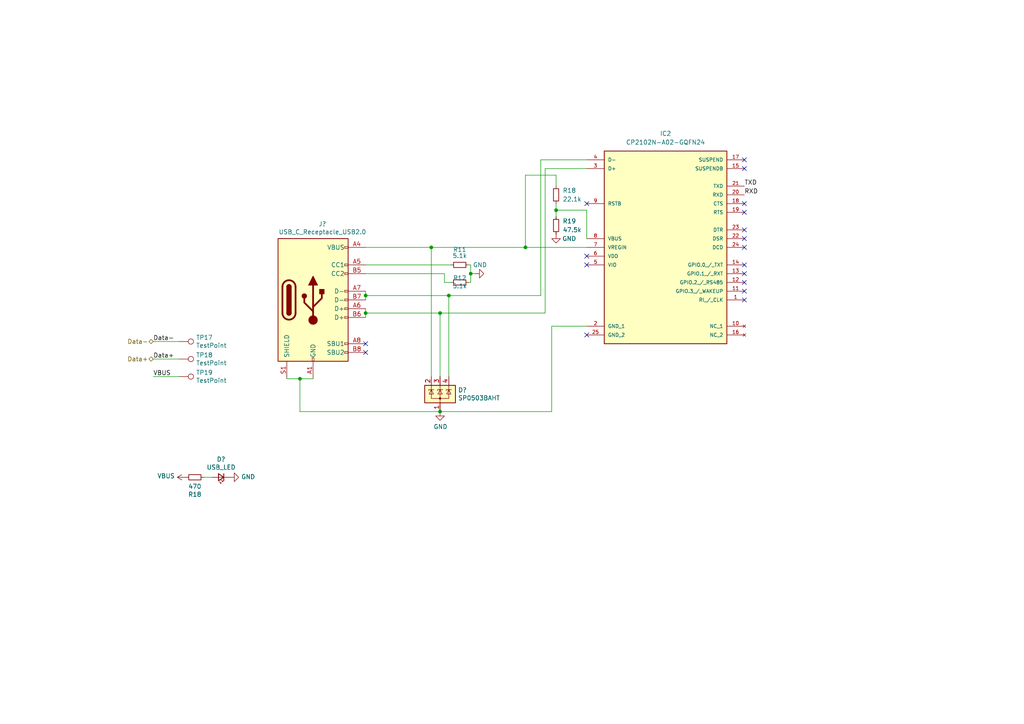
<source format=kicad_sch>
(kicad_sch (version 20211123) (generator eeschema)

  (uuid 922058ca-d09a-45fd-8394-05f3e2c1e03a)

  (paper "A4")

  (lib_symbols
    (symbol "Connector:TestPoint" (pin_numbers hide) (pin_names (offset 0.762) hide) (in_bom yes) (on_board yes)
      (property "Reference" "TP" (id 0) (at 0 6.858 0)
        (effects (font (size 1.27 1.27)))
      )
      (property "Value" "TestPoint" (id 1) (at 0 5.08 0)
        (effects (font (size 1.27 1.27)))
      )
      (property "Footprint" "" (id 2) (at 5.08 0 0)
        (effects (font (size 1.27 1.27)) hide)
      )
      (property "Datasheet" "~" (id 3) (at 5.08 0 0)
        (effects (font (size 1.27 1.27)) hide)
      )
      (property "ki_keywords" "test point tp" (id 4) (at 0 0 0)
        (effects (font (size 1.27 1.27)) hide)
      )
      (property "ki_description" "test point" (id 5) (at 0 0 0)
        (effects (font (size 1.27 1.27)) hide)
      )
      (property "ki_fp_filters" "Pin* Test*" (id 6) (at 0 0 0)
        (effects (font (size 1.27 1.27)) hide)
      )
      (symbol "TestPoint_0_1"
        (circle (center 0 3.302) (radius 0.762)
          (stroke (width 0) (type default) (color 0 0 0 0))
          (fill (type none))
        )
      )
      (symbol "TestPoint_1_1"
        (pin passive line (at 0 0 90) (length 2.54)
          (name "1" (effects (font (size 1.27 1.27))))
          (number "1" (effects (font (size 1.27 1.27))))
        )
      )
    )
    (symbol "Connector:USB_C_Receptacle_USB2.0" (pin_names (offset 1.016)) (in_bom yes) (on_board yes)
      (property "Reference" "J" (id 0) (at -10.16 19.05 0)
        (effects (font (size 1.27 1.27)) (justify left))
      )
      (property "Value" "USB_C_Receptacle_USB2.0" (id 1) (at 19.05 19.05 0)
        (effects (font (size 1.27 1.27)) (justify right))
      )
      (property "Footprint" "" (id 2) (at 3.81 0 0)
        (effects (font (size 1.27 1.27)) hide)
      )
      (property "Datasheet" "https://www.usb.org/sites/default/files/documents/usb_type-c.zip" (id 3) (at 3.81 0 0)
        (effects (font (size 1.27 1.27)) hide)
      )
      (property "ki_keywords" "usb universal serial bus type-C USB2.0" (id 4) (at 0 0 0)
        (effects (font (size 1.27 1.27)) hide)
      )
      (property "ki_description" "USB 2.0-only Type-C Receptacle connector" (id 5) (at 0 0 0)
        (effects (font (size 1.27 1.27)) hide)
      )
      (property "ki_fp_filters" "USB*C*Receptacle*" (id 6) (at 0 0 0)
        (effects (font (size 1.27 1.27)) hide)
      )
      (symbol "USB_C_Receptacle_USB2.0_0_0"
        (rectangle (start -0.254 -17.78) (end 0.254 -16.764)
          (stroke (width 0) (type default) (color 0 0 0 0))
          (fill (type none))
        )
        (rectangle (start 10.16 -14.986) (end 9.144 -15.494)
          (stroke (width 0) (type default) (color 0 0 0 0))
          (fill (type none))
        )
        (rectangle (start 10.16 -12.446) (end 9.144 -12.954)
          (stroke (width 0) (type default) (color 0 0 0 0))
          (fill (type none))
        )
        (rectangle (start 10.16 -4.826) (end 9.144 -5.334)
          (stroke (width 0) (type default) (color 0 0 0 0))
          (fill (type none))
        )
        (rectangle (start 10.16 -2.286) (end 9.144 -2.794)
          (stroke (width 0) (type default) (color 0 0 0 0))
          (fill (type none))
        )
        (rectangle (start 10.16 0.254) (end 9.144 -0.254)
          (stroke (width 0) (type default) (color 0 0 0 0))
          (fill (type none))
        )
        (rectangle (start 10.16 2.794) (end 9.144 2.286)
          (stroke (width 0) (type default) (color 0 0 0 0))
          (fill (type none))
        )
        (rectangle (start 10.16 7.874) (end 9.144 7.366)
          (stroke (width 0) (type default) (color 0 0 0 0))
          (fill (type none))
        )
        (rectangle (start 10.16 10.414) (end 9.144 9.906)
          (stroke (width 0) (type default) (color 0 0 0 0))
          (fill (type none))
        )
        (rectangle (start 10.16 15.494) (end 9.144 14.986)
          (stroke (width 0) (type default) (color 0 0 0 0))
          (fill (type none))
        )
      )
      (symbol "USB_C_Receptacle_USB2.0_0_1"
        (rectangle (start -10.16 17.78) (end 10.16 -17.78)
          (stroke (width 0.254) (type default) (color 0 0 0 0))
          (fill (type background))
        )
        (arc (start -8.89 -3.81) (mid -6.985 -5.715) (end -5.08 -3.81)
          (stroke (width 0.508) (type default) (color 0 0 0 0))
          (fill (type none))
        )
        (arc (start -7.62 -3.81) (mid -6.985 -4.445) (end -6.35 -3.81)
          (stroke (width 0.254) (type default) (color 0 0 0 0))
          (fill (type none))
        )
        (arc (start -7.62 -3.81) (mid -6.985 -4.445) (end -6.35 -3.81)
          (stroke (width 0.254) (type default) (color 0 0 0 0))
          (fill (type outline))
        )
        (rectangle (start -7.62 -3.81) (end -6.35 3.81)
          (stroke (width 0.254) (type default) (color 0 0 0 0))
          (fill (type outline))
        )
        (arc (start -6.35 3.81) (mid -6.985 4.445) (end -7.62 3.81)
          (stroke (width 0.254) (type default) (color 0 0 0 0))
          (fill (type none))
        )
        (arc (start -6.35 3.81) (mid -6.985 4.445) (end -7.62 3.81)
          (stroke (width 0.254) (type default) (color 0 0 0 0))
          (fill (type outline))
        )
        (arc (start -5.08 3.81) (mid -6.985 5.715) (end -8.89 3.81)
          (stroke (width 0.508) (type default) (color 0 0 0 0))
          (fill (type none))
        )
        (circle (center -2.54 1.143) (radius 0.635)
          (stroke (width 0.254) (type default) (color 0 0 0 0))
          (fill (type outline))
        )
        (circle (center 0 -5.842) (radius 1.27)
          (stroke (width 0) (type default) (color 0 0 0 0))
          (fill (type outline))
        )
        (polyline
          (pts
            (xy -8.89 -3.81)
            (xy -8.89 3.81)
          )
          (stroke (width 0.508) (type default) (color 0 0 0 0))
          (fill (type none))
        )
        (polyline
          (pts
            (xy -5.08 3.81)
            (xy -5.08 -3.81)
          )
          (stroke (width 0.508) (type default) (color 0 0 0 0))
          (fill (type none))
        )
        (polyline
          (pts
            (xy 0 -5.842)
            (xy 0 4.318)
          )
          (stroke (width 0.508) (type default) (color 0 0 0 0))
          (fill (type none))
        )
        (polyline
          (pts
            (xy 0 -3.302)
            (xy -2.54 -0.762)
            (xy -2.54 0.508)
          )
          (stroke (width 0.508) (type default) (color 0 0 0 0))
          (fill (type none))
        )
        (polyline
          (pts
            (xy 0 -2.032)
            (xy 2.54 0.508)
            (xy 2.54 1.778)
          )
          (stroke (width 0.508) (type default) (color 0 0 0 0))
          (fill (type none))
        )
        (polyline
          (pts
            (xy -1.27 4.318)
            (xy 0 6.858)
            (xy 1.27 4.318)
            (xy -1.27 4.318)
          )
          (stroke (width 0.254) (type default) (color 0 0 0 0))
          (fill (type outline))
        )
        (rectangle (start 1.905 1.778) (end 3.175 3.048)
          (stroke (width 0.254) (type default) (color 0 0 0 0))
          (fill (type outline))
        )
      )
      (symbol "USB_C_Receptacle_USB2.0_1_1"
        (pin passive line (at 0 -22.86 90) (length 5.08)
          (name "GND" (effects (font (size 1.27 1.27))))
          (number "A1" (effects (font (size 1.27 1.27))))
        )
        (pin passive line (at 0 -22.86 90) (length 5.08) hide
          (name "GND" (effects (font (size 1.27 1.27))))
          (number "A12" (effects (font (size 1.27 1.27))))
        )
        (pin passive line (at 15.24 15.24 180) (length 5.08)
          (name "VBUS" (effects (font (size 1.27 1.27))))
          (number "A4" (effects (font (size 1.27 1.27))))
        )
        (pin bidirectional line (at 15.24 10.16 180) (length 5.08)
          (name "CC1" (effects (font (size 1.27 1.27))))
          (number "A5" (effects (font (size 1.27 1.27))))
        )
        (pin bidirectional line (at 15.24 -2.54 180) (length 5.08)
          (name "D+" (effects (font (size 1.27 1.27))))
          (number "A6" (effects (font (size 1.27 1.27))))
        )
        (pin bidirectional line (at 15.24 2.54 180) (length 5.08)
          (name "D-" (effects (font (size 1.27 1.27))))
          (number "A7" (effects (font (size 1.27 1.27))))
        )
        (pin bidirectional line (at 15.24 -12.7 180) (length 5.08)
          (name "SBU1" (effects (font (size 1.27 1.27))))
          (number "A8" (effects (font (size 1.27 1.27))))
        )
        (pin passive line (at 15.24 15.24 180) (length 5.08) hide
          (name "VBUS" (effects (font (size 1.27 1.27))))
          (number "A9" (effects (font (size 1.27 1.27))))
        )
        (pin passive line (at 0 -22.86 90) (length 5.08) hide
          (name "GND" (effects (font (size 1.27 1.27))))
          (number "B1" (effects (font (size 1.27 1.27))))
        )
        (pin passive line (at 0 -22.86 90) (length 5.08) hide
          (name "GND" (effects (font (size 1.27 1.27))))
          (number "B12" (effects (font (size 1.27 1.27))))
        )
        (pin passive line (at 15.24 15.24 180) (length 5.08) hide
          (name "VBUS" (effects (font (size 1.27 1.27))))
          (number "B4" (effects (font (size 1.27 1.27))))
        )
        (pin bidirectional line (at 15.24 7.62 180) (length 5.08)
          (name "CC2" (effects (font (size 1.27 1.27))))
          (number "B5" (effects (font (size 1.27 1.27))))
        )
        (pin bidirectional line (at 15.24 -5.08 180) (length 5.08)
          (name "D+" (effects (font (size 1.27 1.27))))
          (number "B6" (effects (font (size 1.27 1.27))))
        )
        (pin bidirectional line (at 15.24 0 180) (length 5.08)
          (name "D-" (effects (font (size 1.27 1.27))))
          (number "B7" (effects (font (size 1.27 1.27))))
        )
        (pin bidirectional line (at 15.24 -15.24 180) (length 5.08)
          (name "SBU2" (effects (font (size 1.27 1.27))))
          (number "B8" (effects (font (size 1.27 1.27))))
        )
        (pin passive line (at 15.24 15.24 180) (length 5.08) hide
          (name "VBUS" (effects (font (size 1.27 1.27))))
          (number "B9" (effects (font (size 1.27 1.27))))
        )
        (pin passive line (at -7.62 -22.86 90) (length 5.08)
          (name "SHIELD" (effects (font (size 1.27 1.27))))
          (number "S1" (effects (font (size 1.27 1.27))))
        )
      )
    )
    (symbol "Device:LED_Small" (pin_numbers hide) (pin_names (offset 0.254) hide) (in_bom yes) (on_board yes)
      (property "Reference" "D" (id 0) (at -1.27 3.175 0)
        (effects (font (size 1.27 1.27)) (justify left))
      )
      (property "Value" "LED_Small" (id 1) (at -4.445 -2.54 0)
        (effects (font (size 1.27 1.27)) (justify left))
      )
      (property "Footprint" "" (id 2) (at 0 0 90)
        (effects (font (size 1.27 1.27)) hide)
      )
      (property "Datasheet" "~" (id 3) (at 0 0 90)
        (effects (font (size 1.27 1.27)) hide)
      )
      (property "ki_keywords" "LED diode light-emitting-diode" (id 4) (at 0 0 0)
        (effects (font (size 1.27 1.27)) hide)
      )
      (property "ki_description" "Light emitting diode, small symbol" (id 5) (at 0 0 0)
        (effects (font (size 1.27 1.27)) hide)
      )
      (property "ki_fp_filters" "LED* LED_SMD:* LED_THT:*" (id 6) (at 0 0 0)
        (effects (font (size 1.27 1.27)) hide)
      )
      (symbol "LED_Small_0_1"
        (polyline
          (pts
            (xy -0.762 -1.016)
            (xy -0.762 1.016)
          )
          (stroke (width 0.254) (type default) (color 0 0 0 0))
          (fill (type none))
        )
        (polyline
          (pts
            (xy 1.016 0)
            (xy -0.762 0)
          )
          (stroke (width 0) (type default) (color 0 0 0 0))
          (fill (type none))
        )
        (polyline
          (pts
            (xy 0.762 -1.016)
            (xy -0.762 0)
            (xy 0.762 1.016)
            (xy 0.762 -1.016)
          )
          (stroke (width 0.254) (type default) (color 0 0 0 0))
          (fill (type none))
        )
        (polyline
          (pts
            (xy 0 0.762)
            (xy -0.508 1.27)
            (xy -0.254 1.27)
            (xy -0.508 1.27)
            (xy -0.508 1.016)
          )
          (stroke (width 0) (type default) (color 0 0 0 0))
          (fill (type none))
        )
        (polyline
          (pts
            (xy 0.508 1.27)
            (xy 0 1.778)
            (xy 0.254 1.778)
            (xy 0 1.778)
            (xy 0 1.524)
          )
          (stroke (width 0) (type default) (color 0 0 0 0))
          (fill (type none))
        )
      )
      (symbol "LED_Small_1_1"
        (pin passive line (at -2.54 0 0) (length 1.778)
          (name "K" (effects (font (size 1.27 1.27))))
          (number "1" (effects (font (size 1.27 1.27))))
        )
        (pin passive line (at 2.54 0 180) (length 1.778)
          (name "A" (effects (font (size 1.27 1.27))))
          (number "2" (effects (font (size 1.27 1.27))))
        )
      )
    )
    (symbol "Device:R_Small" (pin_numbers hide) (pin_names (offset 0.254) hide) (in_bom yes) (on_board yes)
      (property "Reference" "R" (id 0) (at 0.762 0.508 0)
        (effects (font (size 1.27 1.27)) (justify left))
      )
      (property "Value" "R_Small" (id 1) (at 0.762 -1.016 0)
        (effects (font (size 1.27 1.27)) (justify left))
      )
      (property "Footprint" "" (id 2) (at 0 0 0)
        (effects (font (size 1.27 1.27)) hide)
      )
      (property "Datasheet" "~" (id 3) (at 0 0 0)
        (effects (font (size 1.27 1.27)) hide)
      )
      (property "ki_keywords" "R resistor" (id 4) (at 0 0 0)
        (effects (font (size 1.27 1.27)) hide)
      )
      (property "ki_description" "Resistor, small symbol" (id 5) (at 0 0 0)
        (effects (font (size 1.27 1.27)) hide)
      )
      (property "ki_fp_filters" "R_*" (id 6) (at 0 0 0)
        (effects (font (size 1.27 1.27)) hide)
      )
      (symbol "R_Small_0_1"
        (rectangle (start -0.762 1.778) (end 0.762 -1.778)
          (stroke (width 0.2032) (type default) (color 0 0 0 0))
          (fill (type none))
        )
      )
      (symbol "R_Small_1_1"
        (pin passive line (at 0 2.54 270) (length 0.762)
          (name "~" (effects (font (size 1.27 1.27))))
          (number "1" (effects (font (size 1.27 1.27))))
        )
        (pin passive line (at 0 -2.54 90) (length 0.762)
          (name "~" (effects (font (size 1.27 1.27))))
          (number "2" (effects (font (size 1.27 1.27))))
        )
      )
    )
    (symbol "Power_Protection:SP0503BAHT" (pin_names hide) (in_bom yes) (on_board yes)
      (property "Reference" "D" (id 0) (at 5.715 2.54 0)
        (effects (font (size 1.27 1.27)) (justify left))
      )
      (property "Value" "SP0503BAHT" (id 1) (at 5.715 0.635 0)
        (effects (font (size 1.27 1.27)) (justify left))
      )
      (property "Footprint" "Package_TO_SOT_SMD:SOT-143" (id 2) (at 5.715 -1.27 0)
        (effects (font (size 1.27 1.27)) (justify left) hide)
      )
      (property "Datasheet" "http://www.littelfuse.com/~/media/files/littelfuse/technical%20resources/documents/data%20sheets/sp05xxba.pdf" (id 3) (at 3.175 3.175 0)
        (effects (font (size 1.27 1.27)) hide)
      )
      (property "ki_keywords" "usb esd protection suppression transient" (id 4) (at 0 0 0)
        (effects (font (size 1.27 1.27)) hide)
      )
      (property "ki_description" "TVS Diode Array, 5.5V Standoff, 3 Channels, SOT-143 package" (id 5) (at 0 0 0)
        (effects (font (size 1.27 1.27)) hide)
      )
      (property "ki_fp_filters" "SOT?143*" (id 6) (at 0 0 0)
        (effects (font (size 1.27 1.27)) hide)
      )
      (symbol "SP0503BAHT_0_0"
        (pin passive line (at 0 -5.08 90) (length 2.54)
          (name "A" (effects (font (size 1.27 1.27))))
          (number "1" (effects (font (size 1.27 1.27))))
        )
      )
      (symbol "SP0503BAHT_0_1"
        (rectangle (start -4.445 2.54) (end 4.445 -2.54)
          (stroke (width 0.254) (type default) (color 0 0 0 0))
          (fill (type background))
        )
        (circle (center 0 -1.27) (radius 0.254)
          (stroke (width 0) (type default) (color 0 0 0 0))
          (fill (type outline))
        )
        (polyline
          (pts
            (xy -2.54 2.54)
            (xy -2.54 1.27)
          )
          (stroke (width 0) (type default) (color 0 0 0 0))
          (fill (type none))
        )
        (polyline
          (pts
            (xy 0 -1.27)
            (xy 0 -2.54)
          )
          (stroke (width 0) (type default) (color 0 0 0 0))
          (fill (type none))
        )
        (polyline
          (pts
            (xy 0 -1.27)
            (xy 0 1.27)
          )
          (stroke (width 0) (type default) (color 0 0 0 0))
          (fill (type none))
        )
        (polyline
          (pts
            (xy 0 2.54)
            (xy 0 1.27)
          )
          (stroke (width 0) (type default) (color 0 0 0 0))
          (fill (type none))
        )
        (polyline
          (pts
            (xy 0.635 1.27)
            (xy 0.762 1.27)
          )
          (stroke (width 0) (type default) (color 0 0 0 0))
          (fill (type none))
        )
        (polyline
          (pts
            (xy 2.54 2.54)
            (xy 2.54 1.27)
          )
          (stroke (width 0) (type default) (color 0 0 0 0))
          (fill (type none))
        )
        (polyline
          (pts
            (xy 0.635 1.27)
            (xy -0.762 1.27)
            (xy -0.762 1.016)
          )
          (stroke (width 0) (type default) (color 0 0 0 0))
          (fill (type none))
        )
        (polyline
          (pts
            (xy -3.302 1.016)
            (xy -3.302 1.27)
            (xy -1.905 1.27)
            (xy -1.778 1.27)
          )
          (stroke (width 0) (type default) (color 0 0 0 0))
          (fill (type none))
        )
        (polyline
          (pts
            (xy -2.54 1.27)
            (xy -2.54 -1.27)
            (xy 2.54 -1.27)
            (xy 2.54 1.27)
          )
          (stroke (width 0) (type default) (color 0 0 0 0))
          (fill (type none))
        )
        (polyline
          (pts
            (xy -2.54 1.27)
            (xy -1.905 0)
            (xy -3.175 0)
            (xy -2.54 1.27)
          )
          (stroke (width 0) (type default) (color 0 0 0 0))
          (fill (type none))
        )
        (polyline
          (pts
            (xy 0.635 0)
            (xy -0.635 0)
            (xy 0 1.27)
            (xy 0.635 0)
          )
          (stroke (width 0) (type default) (color 0 0 0 0))
          (fill (type none))
        )
        (polyline
          (pts
            (xy 1.778 1.016)
            (xy 1.778 1.27)
            (xy 3.175 1.27)
            (xy 3.302 1.27)
          )
          (stroke (width 0) (type default) (color 0 0 0 0))
          (fill (type none))
        )
        (polyline
          (pts
            (xy 2.54 1.27)
            (xy 1.905 0)
            (xy 3.175 0)
            (xy 2.54 1.27)
          )
          (stroke (width 0) (type default) (color 0 0 0 0))
          (fill (type none))
        )
      )
      (symbol "SP0503BAHT_1_1"
        (pin passive line (at -2.54 5.08 270) (length 2.54)
          (name "K" (effects (font (size 1.27 1.27))))
          (number "2" (effects (font (size 1.27 1.27))))
        )
        (pin passive line (at 0 5.08 270) (length 2.54)
          (name "K" (effects (font (size 1.27 1.27))))
          (number "3" (effects (font (size 1.27 1.27))))
        )
        (pin passive line (at 2.54 5.08 270) (length 2.54)
          (name "K" (effects (font (size 1.27 1.27))))
          (number "4" (effects (font (size 1.27 1.27))))
        )
      )
    )
    (symbol "iclr:CP2102N-A02-GQFN24" (pin_names (offset 1.016)) (in_bom yes) (on_board yes)
      (property "Reference" "IC" (id 0) (at -16.51 30.48 0)
        (effects (font (size 1.27 1.27)) (justify left))
      )
      (property "Value" "CP2102N-A02-GQFN24" (id 1) (at -16.51 27.94 0)
        (effects (font (size 1.27 1.27)) (justify left))
      )
      (property "Footprint" "QFN50P400X400X80-25N" (id 2) (at 50.8 25.4 0)
        (effects (font (size 1.27 1.27)) (justify bottom) hide)
      )
      (property "Datasheet" "" (id 3) (at 48.26 2.54 0)
        (effects (font (size 1.27 1.27)) hide)
      )
      (property "MANUFACTURER_PART_NUMBER" "CP2102N-A02-GQFN24" (id 4) (at 48.26 15.24 0)
        (effects (font (size 1.27 1.27)) (justify bottom) hide)
      )
      (property "MANUFACTURER_NAME" "Silicon Labs" (id 5) (at 46.99 0 0)
        (effects (font (size 1.27 1.27)) (justify bottom) hide)
      )
      (property "MOUSER_PART_NUMBER" "634-CP2102NA02GQFN24" (id 6) (at 21.59 26.67 0)
        (effects (font (size 1.27 1.27)) (justify bottom) hide)
      )
      (property "ARROW_PART_NUMBER" "CP2102N-A02-GQFN24" (id 7) (at 53.34 6.35 0)
        (effects (font (size 1.27 1.27)) (justify bottom) hide)
      )
      (property "ARROW_PRICE-STOCK" "https://www.arrow.com/en/products/cp2102n-a02-gqfn24/silicon-labs" (id 8) (at -6.35 34.29 0)
        (effects (font (size 1.27 1.27)) (justify bottom) hide)
      )
      (property "HEIGHT" "0.8mm" (id 9) (at 48.26 2.54 0)
        (effects (font (size 1.27 1.27)) (justify bottom) hide)
      )
      (property "MOUSER_PRICE-STOCK" "https://www.mouser.co.uk/ProductDetail/Silicon-Labs/CP2102N-A02-GQFN24?qs=u16ybLDytRYKabtL%2FE7DZA%3D%3D" (id 10) (at 1.27 39.37 0)
        (effects (font (size 1.27 1.27)) (justify bottom) hide)
      )
      (property "DESCRIPTION" "USB Interface IC USB to UART bridge - QFN24" (id 11) (at 54.61 11.43 0)
        (effects (font (size 1.27 1.27)) (justify bottom) hide)
      )
      (symbol "CP2102N-A02-GQFN24_0_0"
        (rectangle (start -17.78 -30.48) (end 17.78 25.4)
          (stroke (width 0.254) (type default) (color 0 0 0 0))
          (fill (type background))
        )
        (pin bidirectional line (at 22.86 -17.78 180) (length 5.08)
          (name "RI_/_CLK" (effects (font (size 1.016 1.016))))
          (number "1" (effects (font (size 1.016 1.016))))
        )
        (pin no_connect line (at 22.86 -25.4 180) (length 5.08)
          (name "NC_1" (effects (font (size 1.016 1.016))))
          (number "10" (effects (font (size 1.016 1.016))))
        )
        (pin bidirectional line (at 22.86 -15.24 180) (length 5.08)
          (name "GPIO.3_/_WAKEUP" (effects (font (size 1.016 1.016))))
          (number "11" (effects (font (size 1.016 1.016))))
        )
        (pin bidirectional line (at 22.86 -12.7 180) (length 5.08)
          (name "GPIO.2_/_RS485" (effects (font (size 1.016 1.016))))
          (number "12" (effects (font (size 1.016 1.016))))
        )
        (pin bidirectional line (at 22.86 -10.16 180) (length 5.08)
          (name "GPIO.1_/_RXT" (effects (font (size 1.016 1.016))))
          (number "13" (effects (font (size 1.016 1.016))))
        )
        (pin bidirectional line (at 22.86 -7.62 180) (length 5.08)
          (name "GPIO.0_/_TXT" (effects (font (size 1.016 1.016))))
          (number "14" (effects (font (size 1.016 1.016))))
        )
        (pin output line (at 22.86 20.32 180) (length 5.08)
          (name "SUSPENDB" (effects (font (size 1.016 1.016))))
          (number "15" (effects (font (size 1.016 1.016))))
        )
        (pin no_connect line (at 22.86 -27.94 180) (length 5.08)
          (name "NC_2" (effects (font (size 1.016 1.016))))
          (number "16" (effects (font (size 1.016 1.016))))
        )
        (pin output line (at 22.86 22.86 180) (length 5.08)
          (name "SUSPEND" (effects (font (size 1.016 1.016))))
          (number "17" (effects (font (size 1.016 1.016))))
        )
        (pin bidirectional line (at 22.86 10.16 180) (length 5.08)
          (name "CTS" (effects (font (size 1.016 1.016))))
          (number "18" (effects (font (size 1.016 1.016))))
        )
        (pin output line (at 22.86 7.62 180) (length 5.08)
          (name "RTS" (effects (font (size 1.016 1.016))))
          (number "19" (effects (font (size 1.016 1.016))))
        )
        (pin power_in line (at -22.86 -25.4 0) (length 5.08)
          (name "GND_1" (effects (font (size 1.016 1.016))))
          (number "2" (effects (font (size 1.016 1.016))))
        )
        (pin input line (at 22.86 12.7 180) (length 5.08)
          (name "RXD" (effects (font (size 1.016 1.016))))
          (number "20" (effects (font (size 1.016 1.016))))
        )
        (pin output line (at 22.86 15.24 180) (length 5.08)
          (name "TXD" (effects (font (size 1.016 1.016))))
          (number "21" (effects (font (size 1.016 1.016))))
        )
        (pin bidirectional line (at 22.86 0 180) (length 5.08)
          (name "DSR" (effects (font (size 1.016 1.016))))
          (number "22" (effects (font (size 1.016 1.016))))
        )
        (pin bidirectional line (at 22.86 2.54 180) (length 5.08)
          (name "DTR" (effects (font (size 1.016 1.016))))
          (number "23" (effects (font (size 1.016 1.016))))
        )
        (pin bidirectional line (at 22.86 -2.54 180) (length 5.08)
          (name "DCD" (effects (font (size 1.016 1.016))))
          (number "24" (effects (font (size 1.016 1.016))))
        )
        (pin power_in line (at -22.86 -27.94 0) (length 5.08)
          (name "GND_2" (effects (font (size 1.016 1.016))))
          (number "25" (effects (font (size 1.016 1.016))))
        )
        (pin bidirectional line (at -22.86 20.32 0) (length 5.08)
          (name "D+" (effects (font (size 1.016 1.016))))
          (number "3" (effects (font (size 1.016 1.016))))
        )
        (pin bidirectional line (at -22.86 22.86 0) (length 5.08)
          (name "D-" (effects (font (size 1.016 1.016))))
          (number "4" (effects (font (size 1.016 1.016))))
        )
        (pin power_in line (at -22.86 -7.62 0) (length 5.08)
          (name "VIO" (effects (font (size 1.016 1.016))))
          (number "5" (effects (font (size 1.016 1.016))))
        )
        (pin power_in line (at -22.86 -5.08 0) (length 5.08)
          (name "VDD" (effects (font (size 1.016 1.016))))
          (number "6" (effects (font (size 1.016 1.016))))
        )
        (pin power_in line (at -22.86 -2.54 0) (length 5.08)
          (name "VREGIN" (effects (font (size 1.016 1.016))))
          (number "7" (effects (font (size 1.016 1.016))))
        )
        (pin power_in line (at -22.86 0 0) (length 5.08)
          (name "VBUS" (effects (font (size 1.016 1.016))))
          (number "8" (effects (font (size 1.016 1.016))))
        )
        (pin bidirectional line (at -22.86 10.16 0) (length 5.08)
          (name "RSTB" (effects (font (size 1.016 1.016))))
          (number "9" (effects (font (size 1.016 1.016))))
        )
      )
    )
    (symbol "power:GND" (power) (pin_names (offset 0)) (in_bom yes) (on_board yes)
      (property "Reference" "#PWR" (id 0) (at 0 -6.35 0)
        (effects (font (size 1.27 1.27)) hide)
      )
      (property "Value" "GND" (id 1) (at 0 -3.81 0)
        (effects (font (size 1.27 1.27)))
      )
      (property "Footprint" "" (id 2) (at 0 0 0)
        (effects (font (size 1.27 1.27)) hide)
      )
      (property "Datasheet" "" (id 3) (at 0 0 0)
        (effects (font (size 1.27 1.27)) hide)
      )
      (property "ki_keywords" "power-flag" (id 4) (at 0 0 0)
        (effects (font (size 1.27 1.27)) hide)
      )
      (property "ki_description" "Power symbol creates a global label with name \"GND\" , ground" (id 5) (at 0 0 0)
        (effects (font (size 1.27 1.27)) hide)
      )
      (symbol "GND_0_1"
        (polyline
          (pts
            (xy 0 0)
            (xy 0 -1.27)
            (xy 1.27 -1.27)
            (xy 0 -2.54)
            (xy -1.27 -1.27)
            (xy 0 -1.27)
          )
          (stroke (width 0) (type default) (color 0 0 0 0))
          (fill (type none))
        )
      )
      (symbol "GND_1_1"
        (pin power_in line (at 0 0 270) (length 0) hide
          (name "GND" (effects (font (size 1.27 1.27))))
          (number "1" (effects (font (size 1.27 1.27))))
        )
      )
    )
    (symbol "power:VBUS" (power) (pin_names (offset 0)) (in_bom yes) (on_board yes)
      (property "Reference" "#PWR" (id 0) (at 0 -3.81 0)
        (effects (font (size 1.27 1.27)) hide)
      )
      (property "Value" "VBUS" (id 1) (at 0 3.81 0)
        (effects (font (size 1.27 1.27)))
      )
      (property "Footprint" "" (id 2) (at 0 0 0)
        (effects (font (size 1.27 1.27)) hide)
      )
      (property "Datasheet" "" (id 3) (at 0 0 0)
        (effects (font (size 1.27 1.27)) hide)
      )
      (property "ki_keywords" "power-flag" (id 4) (at 0 0 0)
        (effects (font (size 1.27 1.27)) hide)
      )
      (property "ki_description" "Power symbol creates a global label with name \"VBUS\"" (id 5) (at 0 0 0)
        (effects (font (size 1.27 1.27)) hide)
      )
      (symbol "VBUS_0_1"
        (polyline
          (pts
            (xy -0.762 1.27)
            (xy 0 2.54)
          )
          (stroke (width 0) (type default) (color 0 0 0 0))
          (fill (type none))
        )
        (polyline
          (pts
            (xy 0 0)
            (xy 0 2.54)
          )
          (stroke (width 0) (type default) (color 0 0 0 0))
          (fill (type none))
        )
        (polyline
          (pts
            (xy 0 2.54)
            (xy 0.762 1.27)
          )
          (stroke (width 0) (type default) (color 0 0 0 0))
          (fill (type none))
        )
      )
      (symbol "VBUS_1_1"
        (pin power_in line (at 0 0 90) (length 0) hide
          (name "VBUS" (effects (font (size 1.27 1.27))))
          (number "1" (effects (font (size 1.27 1.27))))
        )
      )
    )
  )

  (junction (at 136.525 79.375) (diameter 0) (color 0 0 0 0)
    (uuid 01a636e8-90e7-4f91-8e5c-526ddf245710)
  )
  (junction (at 152.4 71.755) (diameter 0) (color 0 0 0 0)
    (uuid 0d72797f-2d5c-45d5-812f-b789a3cec6fc)
  )
  (junction (at 127.635 119.38) (diameter 0) (color 0 0 0 0)
    (uuid 239d6932-a6de-40c7-b734-93f3677119e1)
  )
  (junction (at 86.995 109.855) (diameter 0) (color 0 0 0 0)
    (uuid 2cab41d1-fc7d-4df7-aa90-e4aabd5051e3)
  )
  (junction (at 125.095 71.755) (diameter 0) (color 0 0 0 0)
    (uuid 6e4603b8-80f3-45e5-ba90-3f2c268ec085)
  )
  (junction (at 106.045 85.725) (diameter 0) (color 0 0 0 0)
    (uuid 725dc130-2c97-4862-9949-ae7c4fda66c1)
  )
  (junction (at 130.175 85.725) (diameter 0) (color 0 0 0 0)
    (uuid 99a0a5b0-8555-4a7c-92e4-75f34588c1cd)
  )
  (junction (at 161.29 60.96) (diameter 0) (color 0 0 0 0)
    (uuid b0e26f96-96e7-4a83-9518-f0c6a3fce51c)
  )
  (junction (at 127.635 90.805) (diameter 0) (color 0 0 0 0)
    (uuid d5921c56-fd7c-48cd-8483-4e82a27bb8c8)
  )
  (junction (at 106.045 90.805) (diameter 0) (color 0 0 0 0)
    (uuid f0b3c965-5152-488c-925a-0cc30e7d9b67)
  )

  (no_connect (at 170.18 59.055) (uuid 29c48957-c174-4673-b9d5-9b876695d334))
  (no_connect (at 215.9 81.915) (uuid 3c5275eb-b4ed-49d9-b4cf-279dcd59e9f7))
  (no_connect (at 106.045 102.235) (uuid 45008225-f50f-4d6b-b508-6730a9408caf))
  (no_connect (at 170.18 97.155) (uuid 50d98d43-4d94-466a-a20a-1aa9ab6df785))
  (no_connect (at 215.9 71.755) (uuid 5ccd10e4-4997-436b-b8ae-f9600cf50abe))
  (no_connect (at 215.9 69.215) (uuid 6a636168-df5e-494c-a544-aef2d2202219))
  (no_connect (at 215.9 66.675) (uuid 8328b78c-9297-4d19-be35-a8bc4016fdf0))
  (no_connect (at 170.18 76.835) (uuid 870c5b76-f18f-4b8d-9d8f-0db1cc50ef98))
  (no_connect (at 215.9 46.355) (uuid 8d34f936-bf8d-4e10-8de9-95d48d7f22bf))
  (no_connect (at 215.9 76.835) (uuid 9a977c2c-eeb5-4c28-bec0-73dccbf5574f))
  (no_connect (at 106.045 99.695) (uuid a544eb0a-75db-4baf-bf54-9ca21744343b))
  (no_connect (at 215.9 86.995) (uuid adf1675a-496c-43da-886c-df2bb72c03bf))
  (no_connect (at 170.18 74.295) (uuid b3950601-f1cb-4dd8-81dc-86c1215e2fdd))
  (no_connect (at 215.9 59.055) (uuid c8059b4c-3d26-4d70-8365-95ed6928434c))
  (no_connect (at 215.9 79.375) (uuid d1845dc3-f99d-473b-a0ad-bc5b4810113a))
  (no_connect (at 215.9 48.895) (uuid d4510eb8-941a-453d-b410-00946be353f1))
  (no_connect (at 215.9 84.455) (uuid e0c02225-51c2-45c7-a776-856287bc13fd))
  (no_connect (at 215.9 61.595) (uuid e51e7713-6cc1-4fdf-9aba-50b01cc08493))

  (wire (pts (xy 136.525 79.375) (xy 136.525 81.915))
    (stroke (width 0) (type default) (color 0 0 0 0))
    (uuid 0bcc31e4-5300-46f3-b2bd-3713fb2f9df4)
  )
  (wire (pts (xy 125.095 71.755) (xy 152.4 71.755))
    (stroke (width 0) (type default) (color 0 0 0 0))
    (uuid 0cae69e4-f8ee-4a09-8d2b-96393f3b8063)
  )
  (wire (pts (xy 44.45 109.22) (xy 52.07 109.22))
    (stroke (width 0) (type default) (color 0 0 0 0))
    (uuid 0ce8d3ab-2662-4158-8a2a-18b782908fc5)
  )
  (wire (pts (xy 44.45 104.14) (xy 52.07 104.14))
    (stroke (width 0) (type default) (color 0 0 0 0))
    (uuid 0e8f7fc0-2ef2-4b90-9c15-8a3a601ee459)
  )
  (wire (pts (xy 106.045 89.535) (xy 106.045 90.805))
    (stroke (width 0) (type default) (color 0 0 0 0))
    (uuid 1325a5d5-656d-42b8-8307-6a3f95a65925)
  )
  (wire (pts (xy 130.175 85.725) (xy 130.175 109.22))
    (stroke (width 0) (type default) (color 0 0 0 0))
    (uuid 14f37f4f-5e3e-4624-a061-e0b5c555f89d)
  )
  (wire (pts (xy 161.29 59.055) (xy 161.29 60.96))
    (stroke (width 0) (type default) (color 0 0 0 0))
    (uuid 1672b89e-0766-45b1-8d1d-cf0bee934a0b)
  )
  (wire (pts (xy 86.995 109.855) (xy 90.805 109.855))
    (stroke (width 0) (type default) (color 0 0 0 0))
    (uuid 1c52c25f-f0b7-4c64-a461-6c818964b753)
  )
  (wire (pts (xy 152.4 50.8) (xy 152.4 71.755))
    (stroke (width 0) (type default) (color 0 0 0 0))
    (uuid 1e2e0d8a-df28-4f96-a637-a39d974e6e29)
  )
  (wire (pts (xy 106.045 84.455) (xy 106.045 85.725))
    (stroke (width 0) (type default) (color 0 0 0 0))
    (uuid 2a9319b9-da68-47ea-bfb0-815e75412450)
  )
  (wire (pts (xy 61.595 138.43) (xy 59.055 138.43))
    (stroke (width 0) (type default) (color 0 0 0 0))
    (uuid 2e842263-c0ba-46fd-a760-6624d4c78278)
  )
  (wire (pts (xy 161.29 60.96) (xy 170.18 60.96))
    (stroke (width 0) (type default) (color 0 0 0 0))
    (uuid 36e36f44-44dd-4f93-937a-b859a5f121b2)
  )
  (wire (pts (xy 161.29 60.96) (xy 161.29 62.865))
    (stroke (width 0) (type default) (color 0 0 0 0))
    (uuid 39213ab2-0b3d-47fa-9841-0ec1fb916cd9)
  )
  (wire (pts (xy 106.045 79.375) (xy 128.905 79.375))
    (stroke (width 0) (type default) (color 0 0 0 0))
    (uuid 3dde673e-8f1d-4e45-b269-b0c723af8c12)
  )
  (wire (pts (xy 106.045 71.755) (xy 125.095 71.755))
    (stroke (width 0) (type default) (color 0 0 0 0))
    (uuid 3e99a10d-fb4a-42d1-a508-2263187934f3)
  )
  (wire (pts (xy 125.095 71.755) (xy 125.095 109.22))
    (stroke (width 0) (type default) (color 0 0 0 0))
    (uuid 41e7d5b6-75d1-4e09-b749-52bc47b4ae23)
  )
  (wire (pts (xy 127.635 119.38) (xy 160.02 119.38))
    (stroke (width 0) (type default) (color 0 0 0 0))
    (uuid 420220a8-65b9-4e32-b324-c1abd662c872)
  )
  (wire (pts (xy 127.635 90.805) (xy 127.635 109.22))
    (stroke (width 0) (type default) (color 0 0 0 0))
    (uuid 441ccd9a-9ce5-4e28-9d82-be8c29ae11da)
  )
  (wire (pts (xy 170.18 60.96) (xy 170.18 69.215))
    (stroke (width 0) (type default) (color 0 0 0 0))
    (uuid 459facac-b3da-465d-8450-58012ff3da62)
  )
  (wire (pts (xy 152.4 71.755) (xy 170.18 71.755))
    (stroke (width 0) (type default) (color 0 0 0 0))
    (uuid 48322dad-3e24-49f3-add3-f9c32909c962)
  )
  (wire (pts (xy 161.29 50.8) (xy 161.29 53.975))
    (stroke (width 0) (type default) (color 0 0 0 0))
    (uuid 54dbeb02-7500-40a7-87d0-ebad94d9004c)
  )
  (wire (pts (xy 136.525 76.835) (xy 136.525 79.375))
    (stroke (width 0) (type default) (color 0 0 0 0))
    (uuid 6724504a-c58a-423d-8134-afc6f822777f)
  )
  (wire (pts (xy 86.995 109.855) (xy 86.995 119.38))
    (stroke (width 0) (type default) (color 0 0 0 0))
    (uuid 7186f16c-9b36-46ca-88aa-453636adfd5f)
  )
  (wire (pts (xy 106.045 85.725) (xy 130.175 85.725))
    (stroke (width 0) (type default) (color 0 0 0 0))
    (uuid 87c26bc2-affe-4c65-a675-383623575717)
  )
  (wire (pts (xy 135.89 76.835) (xy 136.525 76.835))
    (stroke (width 0) (type default) (color 0 0 0 0))
    (uuid 8bea4de1-e2e1-4550-b40c-af1d467a7a2f)
  )
  (wire (pts (xy 86.995 119.38) (xy 127.635 119.38))
    (stroke (width 0) (type default) (color 0 0 0 0))
    (uuid 8e3974ed-ee4c-4057-b5d0-595fe1f86043)
  )
  (wire (pts (xy 136.525 79.375) (xy 137.795 79.375))
    (stroke (width 0) (type default) (color 0 0 0 0))
    (uuid a06ac3ab-f529-4cea-9b52-acc33b1f125b)
  )
  (wire (pts (xy 152.4 50.8) (xy 161.29 50.8))
    (stroke (width 0) (type default) (color 0 0 0 0))
    (uuid a4582aa2-55bf-4828-a1ad-764901128d68)
  )
  (wire (pts (xy 106.045 90.805) (xy 106.045 92.075))
    (stroke (width 0) (type default) (color 0 0 0 0))
    (uuid af54977e-8eea-4865-bd7d-c430927a0955)
  )
  (wire (pts (xy 156.845 85.725) (xy 156.845 46.355))
    (stroke (width 0) (type default) (color 0 0 0 0))
    (uuid b0562bff-1134-4761-8058-94a1cc2c3517)
  )
  (wire (pts (xy 158.115 48.895) (xy 170.18 48.895))
    (stroke (width 0) (type default) (color 0 0 0 0))
    (uuid b22f8226-e03f-4b05-b7b0-9e51752a4859)
  )
  (wire (pts (xy 135.89 81.915) (xy 136.525 81.915))
    (stroke (width 0) (type default) (color 0 0 0 0))
    (uuid b23484f2-68f1-4a61-a534-e003c721ed6c)
  )
  (wire (pts (xy 106.045 85.725) (xy 106.045 86.995))
    (stroke (width 0) (type default) (color 0 0 0 0))
    (uuid b64a334b-9131-4cf1-b1b1-450948a4196b)
  )
  (wire (pts (xy 106.045 76.835) (xy 130.81 76.835))
    (stroke (width 0) (type default) (color 0 0 0 0))
    (uuid b690fb5d-b1c2-4b97-919e-8481f092172d)
  )
  (wire (pts (xy 128.905 79.375) (xy 128.905 81.915))
    (stroke (width 0) (type default) (color 0 0 0 0))
    (uuid bcc881d2-0a05-4d87-b320-bb8bf2beb7ef)
  )
  (wire (pts (xy 158.115 90.805) (xy 158.115 48.895))
    (stroke (width 0) (type default) (color 0 0 0 0))
    (uuid bdc2c292-dfb2-4e36-a0ee-c21fd0591f61)
  )
  (wire (pts (xy 106.045 90.805) (xy 127.635 90.805))
    (stroke (width 0) (type default) (color 0 0 0 0))
    (uuid c0be3f77-e506-43fa-a1fe-89f3b3bf8300)
  )
  (wire (pts (xy 160.02 94.615) (xy 170.18 94.615))
    (stroke (width 0) (type default) (color 0 0 0 0))
    (uuid c62b6a55-58bd-480e-a360-6cb685aae9b2)
  )
  (wire (pts (xy 83.185 109.855) (xy 86.995 109.855))
    (stroke (width 0) (type default) (color 0 0 0 0))
    (uuid ce0613ef-4d1e-45e6-95ea-8151ac9c7bc9)
  )
  (wire (pts (xy 160.02 94.615) (xy 160.02 119.38))
    (stroke (width 0) (type default) (color 0 0 0 0))
    (uuid d0273d3a-ef04-459e-88bc-f1ec5fab6c26)
  )
  (wire (pts (xy 130.175 85.725) (xy 156.845 85.725))
    (stroke (width 0) (type default) (color 0 0 0 0))
    (uuid d4ca379d-5f66-47db-a75d-933e863d2882)
  )
  (wire (pts (xy 128.905 81.915) (xy 130.81 81.915))
    (stroke (width 0) (type default) (color 0 0 0 0))
    (uuid e554dd23-e267-44b1-b03a-65afcb0b3c38)
  )
  (wire (pts (xy 156.845 46.355) (xy 170.18 46.355))
    (stroke (width 0) (type default) (color 0 0 0 0))
    (uuid ed4cc504-662c-4f14-b605-c62334accd47)
  )
  (wire (pts (xy 127.635 90.805) (xy 158.115 90.805))
    (stroke (width 0) (type default) (color 0 0 0 0))
    (uuid ef8c492b-12be-467b-acdb-6aa390063de7)
  )
  (wire (pts (xy 44.45 99.06) (xy 52.07 99.06))
    (stroke (width 0) (type default) (color 0 0 0 0))
    (uuid feb26ecb-9193-46ea-a41b-d09305bf0a3e)
  )

  (label "TXD" (at 215.9 53.975 0)
    (effects (font (size 1.27 1.27)) (justify left bottom))
    (uuid 28a5cf23-ee75-49d0-a9d6-4c5362e2836f)
  )
  (label "Data+" (at 44.45 104.14 0)
    (effects (font (size 1.27 1.27)) (justify left bottom))
    (uuid 382ca670-6ae8-4de6-90f9-f241d1337171)
  )
  (label "Data-" (at 44.45 99.06 0)
    (effects (font (size 1.27 1.27)) (justify left bottom))
    (uuid 5cf2db29-f7ab-499a-9907-cdeba64bf0f3)
  )
  (label "VBUS" (at 44.45 109.22 0)
    (effects (font (size 1.27 1.27)) (justify left bottom))
    (uuid b0906e10-2fbc-4309-a8b4-6fc4cd1a5490)
  )
  (label "RXD" (at 215.9 56.515 0)
    (effects (font (size 1.27 1.27)) (justify left bottom))
    (uuid b833e0e5-9253-4473-9af6-86f4c6a2334a)
  )

  (hierarchical_label "Data-" (shape bidirectional) (at 44.45 99.06 180)
    (effects (font (size 1.27 1.27)) (justify right))
    (uuid 5e57427e-6497-4e72-9cee-528ed39f40d0)
  )
  (hierarchical_label "Data+" (shape bidirectional) (at 44.45 104.14 180)
    (effects (font (size 1.27 1.27)) (justify right))
    (uuid be93e0c8-bb26-4a74-81a2-7764bd37cad9)
  )

  (symbol (lib_id "Connector:USB_C_Receptacle_USB2.0") (at 90.805 86.995 0) (unit 1)
    (in_bom yes) (on_board yes)
    (uuid 00000000-0000-0000-0000-000061988c49)
    (property "Reference" "J2" (id 0) (at 93.5228 64.9732 0))
    (property "Value" "USB_C_Receptacle_USB2.0" (id 1) (at 93.5228 67.2846 0))
    (property "Footprint" "Connector_USB:USB_C_Receptacle_GCT_USB4085" (id 2) (at 94.615 86.995 0)
      (effects (font (size 1.27 1.27)) hide)
    )
    (property "Datasheet" "https://www.usb.org/sites/default/files/documents/usb_type-c.zip" (id 3) (at 94.615 86.995 0)
      (effects (font (size 1.27 1.27)) hide)
    )
    (pin "A1" (uuid 5da18ec0-5cb2-4256-a93a-97116d94ad32))
    (pin "A12" (uuid df436811-5448-4d74-95f6-1097f73f4bc0))
    (pin "A4" (uuid fef18650-dd11-4c05-9f58-3ffa4be45c86))
    (pin "A5" (uuid 8a70f7a2-410c-49ef-b503-8b1e1540fd24))
    (pin "A6" (uuid 6b38a2cb-3ee6-43f1-b68d-89417f55e93d))
    (pin "A7" (uuid 179297eb-b0e7-45fd-a287-ed66c1d54369))
    (pin "A8" (uuid 86d2ee54-3450-4762-9b5e-6f00874208ab))
    (pin "A9" (uuid 3ee40b9e-0c79-4da3-aac2-6772b878c7a1))
    (pin "B1" (uuid b17b9371-c308-4294-bc83-2336571086d8))
    (pin "B12" (uuid 05dfa5dc-1e0b-48cf-837a-6693f652862f))
    (pin "B4" (uuid 8ab80e85-892c-44f2-9372-db31da5605c7))
    (pin "B5" (uuid 4212f135-7601-4f04-8373-864367f18283))
    (pin "B6" (uuid 719eeed5-1e5a-4fe3-9e3b-cc0ac3ff134d))
    (pin "B7" (uuid e412952a-b3b1-4627-a2a7-eda652f1cf2f))
    (pin "B8" (uuid 101f6627-744c-4d06-a231-befd35fdcec4))
    (pin "B9" (uuid eb352eb8-26ef-4370-9852-1313b28e524f))
    (pin "S1" (uuid 7b836b8f-e2f7-4a02-aaea-5f5f23bb6c5e))
  )

  (symbol (lib_id "Power_Protection:SP0503BAHT") (at 127.635 114.3 0) (unit 1)
    (in_bom yes) (on_board yes)
    (uuid 00000000-0000-0000-0000-000061988c8c)
    (property "Reference" "D2" (id 0) (at 132.842 113.1316 0)
      (effects (font (size 1.27 1.27)) (justify left))
    )
    (property "Value" "SP0503BAHT" (id 1) (at 132.842 115.443 0)
      (effects (font (size 1.27 1.27)) (justify left))
    )
    (property "Footprint" "Package_TO_SOT_SMD:SOT-143" (id 2) (at 133.35 115.57 0)
      (effects (font (size 1.27 1.27)) (justify left) hide)
    )
    (property "Datasheet" "http://www.littelfuse.com/~/media/files/littelfuse/technical%20resources/documents/data%20sheets/sp05xxba.pdf" (id 3) (at 130.81 111.125 0)
      (effects (font (size 1.27 1.27)) hide)
    )
    (pin "1" (uuid b16ad922-69c7-4388-ba9b-9ae496370662))
    (pin "2" (uuid ea715aef-f1f5-4c34-b781-7c4bc7bf5f7a))
    (pin "3" (uuid 7af148fc-3a03-4951-af30-8468348243a1))
    (pin "4" (uuid e99c92ed-a3d1-4b5e-9be9-ad8c1c3e2068))
  )

  (symbol (lib_id "Connector:TestPoint") (at 52.07 99.06 270) (unit 1)
    (in_bom yes) (on_board yes)
    (uuid 00000000-0000-0000-0000-000061ab7cb8)
    (property "Reference" "TP1" (id 0) (at 56.8452 97.8916 90)
      (effects (font (size 1.27 1.27)) (justify left))
    )
    (property "Value" "TestPoint" (id 1) (at 56.8452 100.203 90)
      (effects (font (size 1.27 1.27)) (justify left))
    )
    (property "Footprint" "TestPoint:TestPoint_Pad_D1.0mm" (id 2) (at 52.07 104.14 0)
      (effects (font (size 1.27 1.27)) hide)
    )
    (property "Datasheet" "~" (id 3) (at 52.07 104.14 0)
      (effects (font (size 1.27 1.27)) hide)
    )
    (pin "1" (uuid 7d1b7618-f8de-4b3d-aa8b-046586bd73a9))
  )

  (symbol (lib_id "Connector:TestPoint") (at 52.07 104.14 270) (unit 1)
    (in_bom yes) (on_board yes)
    (uuid 00000000-0000-0000-0000-000061ab87f3)
    (property "Reference" "TP2" (id 0) (at 56.8452 102.9716 90)
      (effects (font (size 1.27 1.27)) (justify left))
    )
    (property "Value" "TestPoint" (id 1) (at 56.8452 105.283 90)
      (effects (font (size 1.27 1.27)) (justify left))
    )
    (property "Footprint" "TestPoint:TestPoint_Pad_D1.0mm" (id 2) (at 52.07 109.22 0)
      (effects (font (size 1.27 1.27)) hide)
    )
    (property "Datasheet" "~" (id 3) (at 52.07 109.22 0)
      (effects (font (size 1.27 1.27)) hide)
    )
    (pin "1" (uuid 0822c170-c52f-4a24-9f2e-dc0082caf2a3))
  )

  (symbol (lib_id "Connector:TestPoint") (at 52.07 109.22 270) (unit 1)
    (in_bom yes) (on_board yes)
    (uuid 00000000-0000-0000-0000-000061ab9568)
    (property "Reference" "TP3" (id 0) (at 56.8452 108.0516 90)
      (effects (font (size 1.27 1.27)) (justify left))
    )
    (property "Value" "TestPoint" (id 1) (at 56.8452 110.363 90)
      (effects (font (size 1.27 1.27)) (justify left))
    )
    (property "Footprint" "TestPoint:TestPoint_Pad_D1.0mm" (id 2) (at 52.07 114.3 0)
      (effects (font (size 1.27 1.27)) hide)
    )
    (property "Datasheet" "~" (id 3) (at 52.07 114.3 0)
      (effects (font (size 1.27 1.27)) hide)
    )
    (pin "1" (uuid 08911a09-4c52-4bc8-9a9a-ff564ff87689))
  )

  (symbol (lib_id "Device:LED_Small") (at 64.135 138.43 180) (unit 1)
    (in_bom yes) (on_board yes)
    (uuid 00000000-0000-0000-0000-000061b104ea)
    (property "Reference" "USBLED1" (id 0) (at 64.135 133.223 0))
    (property "Value" "USB_LED" (id 1) (at 64.135 135.5344 0))
    (property "Footprint" "Resistor_SMD:R_0402_1005Metric" (id 2) (at 64.135 138.43 90)
      (effects (font (size 1.27 1.27)) hide)
    )
    (property "Datasheet" "~" (id 3) (at 64.135 138.43 90)
      (effects (font (size 1.27 1.27)) hide)
    )
    (pin "1" (uuid 20ca0658-c4e7-42ce-914a-2110088b99b1))
    (pin "2" (uuid cfddbd95-bad4-4676-b489-0166e48bd76e))
  )

  (symbol (lib_id "Device:R_Small") (at 56.515 138.43 90) (unit 1)
    (in_bom yes) (on_board yes)
    (uuid 00000000-0000-0000-0000-000061b104f0)
    (property "Reference" "R13" (id 0) (at 56.515 143.4084 90))
    (property "Value" "470" (id 1) (at 56.515 141.097 90))
    (property "Footprint" "Resistor_SMD:R_0402_1005Metric" (id 2) (at 56.515 138.43 0)
      (effects (font (size 1.27 1.27)) hide)
    )
    (property "Datasheet" "~" (id 3) (at 56.515 138.43 0)
      (effects (font (size 1.27 1.27)) hide)
    )
    (pin "1" (uuid 169e505d-4353-45cb-ac09-71767071f6da))
    (pin "2" (uuid 658fe9ab-a4e5-4dbe-b15c-2b71b08637ef))
  )

  (symbol (lib_id "power:GND") (at 66.675 138.43 90) (unit 1)
    (in_bom yes) (on_board yes)
    (uuid 00000000-0000-0000-0000-000061b11f2f)
    (property "Reference" "#PWR034" (id 0) (at 73.025 138.43 0)
      (effects (font (size 1.27 1.27)) hide)
    )
    (property "Value" "GND" (id 1) (at 69.9262 138.303 90)
      (effects (font (size 1.27 1.27)) (justify right))
    )
    (property "Footprint" "" (id 2) (at 66.675 138.43 0)
      (effects (font (size 1.27 1.27)) hide)
    )
    (property "Datasheet" "" (id 3) (at 66.675 138.43 0)
      (effects (font (size 1.27 1.27)) hide)
    )
    (pin "1" (uuid 7d7486ae-aeaa-4bbe-ab12-2142f8812c98))
  )

  (symbol (lib_id "power:VBUS") (at 53.975 138.43 90) (unit 1)
    (in_bom yes) (on_board yes)
    (uuid 00000000-0000-0000-0000-000061b168a6)
    (property "Reference" "#PWR033" (id 0) (at 57.785 138.43 0)
      (effects (font (size 1.27 1.27)) hide)
    )
    (property "Value" "VBUS" (id 1) (at 50.7238 138.049 90)
      (effects (font (size 1.27 1.27)) (justify left))
    )
    (property "Footprint" "" (id 2) (at 53.975 138.43 0)
      (effects (font (size 1.27 1.27)) hide)
    )
    (property "Datasheet" "" (id 3) (at 53.975 138.43 0)
      (effects (font (size 1.27 1.27)) hide)
    )
    (pin "1" (uuid af236b67-2378-48e2-b559-027c97a398ae))
  )

  (symbol (lib_id "power:GND") (at 137.795 79.375 90) (unit 1)
    (in_bom yes) (on_board yes)
    (uuid 08251a59-a80c-40ef-9a9b-62c0fbf75563)
    (property "Reference" "#PWR0105" (id 0) (at 144.145 79.375 0)
      (effects (font (size 1.27 1.27)) hide)
    )
    (property "Value" "GND" (id 1) (at 137.16 76.835 90)
      (effects (font (size 1.27 1.27)) (justify right))
    )
    (property "Footprint" "" (id 2) (at 137.795 79.375 0)
      (effects (font (size 1.27 1.27)) hide)
    )
    (property "Datasheet" "" (id 3) (at 137.795 79.375 0)
      (effects (font (size 1.27 1.27)) hide)
    )
    (pin "1" (uuid c44c5cc5-41d5-40f6-9e23-4944393ad073))
  )

  (symbol (lib_id "power:GND") (at 161.29 67.945 0) (unit 1)
    (in_bom yes) (on_board yes)
    (uuid 2b5a8451-1d4c-491f-9b4f-4cf4f5c60243)
    (property "Reference" "#PWR0103" (id 0) (at 161.29 74.295 0)
      (effects (font (size 1.27 1.27)) hide)
    )
    (property "Value" "GND" (id 1) (at 165.1 69.215 0))
    (property "Footprint" "" (id 2) (at 161.29 67.945 0)
      (effects (font (size 1.27 1.27)) hide)
    )
    (property "Datasheet" "" (id 3) (at 161.29 67.945 0)
      (effects (font (size 1.27 1.27)) hide)
    )
    (pin "1" (uuid 32ec0d7d-9f5d-47ea-980b-6be1cfbdd3d0))
  )

  (symbol (lib_id "Device:R_Small") (at 133.35 76.835 90) (unit 1)
    (in_bom yes) (on_board yes)
    (uuid 2db91c0c-fac6-40fb-ac59-7ce583f01125)
    (property "Reference" "R11" (id 0) (at 133.35 72.39 90))
    (property "Value" "5.1k" (id 1) (at 133.35 74.168 90))
    (property "Footprint" "Resistor_SMD:R_0402_1005Metric" (id 2) (at 133.35 76.835 0)
      (effects (font (size 1.27 1.27)) hide)
    )
    (property "Datasheet" "~" (id 3) (at 133.35 76.835 0)
      (effects (font (size 1.27 1.27)) hide)
    )
    (pin "1" (uuid 1555b504-34d1-4f46-92d7-a406593aa8d4))
    (pin "2" (uuid e5622904-1608-468d-8b35-8f58c6e0981c))
  )

  (symbol (lib_id "Device:R_Small") (at 161.29 65.405 0) (unit 1)
    (in_bom yes) (on_board yes) (fields_autoplaced)
    (uuid 9cce2d56-564b-4ade-8ff3-b22afe5a9ca7)
    (property "Reference" "R19" (id 0) (at 163.195 64.1349 0)
      (effects (font (size 1.27 1.27)) (justify left))
    )
    (property "Value" "47.5k" (id 1) (at 163.195 66.6749 0)
      (effects (font (size 1.27 1.27)) (justify left))
    )
    (property "Footprint" "Resistor_SMD:R_0402_1005Metric" (id 2) (at 161.29 65.405 0)
      (effects (font (size 1.27 1.27)) hide)
    )
    (property "Datasheet" "~" (id 3) (at 161.29 65.405 0)
      (effects (font (size 1.27 1.27)) hide)
    )
    (pin "1" (uuid 476bafe4-88fb-4ad1-8228-59235efcf8ae))
    (pin "2" (uuid 0a16f128-6aba-400d-b0d1-8a76a1caa3db))
  )

  (symbol (lib_id "power:GND") (at 127.635 119.38 0) (unit 1)
    (in_bom yes) (on_board yes)
    (uuid a01672dd-6ba1-43ca-90ab-b7a9c5bc1392)
    (property "Reference" "#PWR0104" (id 0) (at 127.635 125.73 0)
      (effects (font (size 1.27 1.27)) hide)
    )
    (property "Value" "GND" (id 1) (at 127.762 123.7742 0))
    (property "Footprint" "" (id 2) (at 127.635 119.38 0)
      (effects (font (size 1.27 1.27)) hide)
    )
    (property "Datasheet" "" (id 3) (at 127.635 119.38 0)
      (effects (font (size 1.27 1.27)) hide)
    )
    (pin "1" (uuid 2478ad89-ced0-49a5-ab2c-9fecd85c758a))
  )

  (symbol (lib_id "iclr:CP2102N-A02-GQFN24") (at 193.04 69.215 0) (unit 1)
    (in_bom yes) (on_board yes) (fields_autoplaced)
    (uuid a400f010-ae1b-48d7-a427-379c6307810c)
    (property "Reference" "IC2" (id 0) (at 193.04 38.735 0))
    (property "Value" "CP2102N-A02-GQFN24" (id 1) (at 193.04 41.275 0))
    (property "Footprint" "iclr:QFN50P400X400X80-25N" (id 2) (at 243.84 43.815 0)
      (effects (font (size 1.27 1.27)) (justify bottom) hide)
    )
    (property "Datasheet" "" (id 3) (at 241.3 66.675 0)
      (effects (font (size 1.27 1.27)) hide)
    )
    (property "MANUFACTURER_PART_NUMBER" "CP2102N-A02-GQFN24" (id 4) (at 241.3 53.975 0)
      (effects (font (size 1.27 1.27)) (justify bottom) hide)
    )
    (property "MANUFACTURER_NAME" "Silicon Labs" (id 5) (at 240.03 69.215 0)
      (effects (font (size 1.27 1.27)) (justify bottom) hide)
    )
    (property "MOUSER_PART_NUMBER" "634-CP2102NA02GQFN24" (id 6) (at 214.63 42.545 0)
      (effects (font (size 1.27 1.27)) (justify bottom) hide)
    )
    (property "ARROW_PART_NUMBER" "CP2102N-A02-GQFN24" (id 7) (at 246.38 62.865 0)
      (effects (font (size 1.27 1.27)) (justify bottom) hide)
    )
    (property "ARROW_PRICE-STOCK" "https://www.arrow.com/en/products/cp2102n-a02-gqfn24/silicon-labs" (id 8) (at 186.69 34.925 0)
      (effects (font (size 1.27 1.27)) (justify bottom) hide)
    )
    (property "HEIGHT" "0.8mm" (id 9) (at 241.3 66.675 0)
      (effects (font (size 1.27 1.27)) (justify bottom) hide)
    )
    (property "MOUSER_PRICE-STOCK" "https://www.mouser.co.uk/ProductDetail/Silicon-Labs/CP2102N-A02-GQFN24?qs=u16ybLDytRYKabtL%2FE7DZA%3D%3D" (id 10) (at 194.31 29.845 0)
      (effects (font (size 1.27 1.27)) (justify bottom) hide)
    )
    (property "DESCRIPTION" "USB Interface IC USB to UART bridge - QFN24" (id 11) (at 247.65 57.785 0)
      (effects (font (size 1.27 1.27)) (justify bottom) hide)
    )
    (pin "1" (uuid 48812677-3705-4c26-9f9a-e2b4f7f63f6b))
    (pin "10" (uuid b324af24-97fc-404f-b800-ef6ad0a088a3))
    (pin "11" (uuid 1785becd-b873-48d3-8e32-d9c65017aff6))
    (pin "12" (uuid 122cd478-c297-462d-bde2-9f7b0474fd0e))
    (pin "13" (uuid ea0358ed-de6a-4cc5-aeed-d5d6c88d9bb6))
    (pin "14" (uuid 81926a74-286e-40e6-bd20-c4835186c0c2))
    (pin "15" (uuid 4db1a915-4668-4b93-bac4-7af48ac2a390))
    (pin "16" (uuid 9f32fab3-3a69-433f-9049-9a318fb88628))
    (pin "17" (uuid e4e29ece-daea-439b-9035-3e5512b09e73))
    (pin "18" (uuid bb3f146b-6e56-4bb9-aef1-be38098b8453))
    (pin "19" (uuid ee2babd1-5ced-4475-bffe-bea8133749a3))
    (pin "2" (uuid cf18ad36-3067-43b4-9efc-62e99abfa2b2))
    (pin "20" (uuid 37f96ee4-f021-4cc8-9d7e-07d40d7433a0))
    (pin "21" (uuid 4df72702-8ec1-4e93-9c2b-d0e664835675))
    (pin "22" (uuid 6af944b4-6e7d-4b08-9832-99c0784cbc94))
    (pin "23" (uuid 81346727-41bf-40ff-91f1-1829d5b479aa))
    (pin "24" (uuid 98ccbdbe-e37e-4a27-9472-88e1dddc56b8))
    (pin "25" (uuid f88374cc-ffb6-42fb-abd9-8e804d925cdc))
    (pin "3" (uuid 95ab4dc6-e036-48e3-bcbe-4be8f190e398))
    (pin "4" (uuid d24a80d6-f424-4bed-9258-4fc67aa0c5a8))
    (pin "5" (uuid bae0dd48-7d41-4c7c-84d9-431b2b7f4003))
    (pin "6" (uuid c16fc3fb-f97e-4046-abd4-66fd613e5dcc))
    (pin "7" (uuid 4e493540-65bc-40aa-bfc4-661a85ab0dc5))
    (pin "8" (uuid 59ff6b70-7f4f-4295-8775-a4dcbfd1d2a7))
    (pin "9" (uuid b955b278-9382-4e70-9e7d-05af7f3f3446))
  )

  (symbol (lib_id "Device:R_Small") (at 133.35 81.915 270) (unit 1)
    (in_bom yes) (on_board yes)
    (uuid c235ab3b-b09b-4fe3-8551-175f8541326e)
    (property "Reference" "R12" (id 0) (at 133.35 80.645 90))
    (property "Value" "5.1k" (id 1) (at 133.35 82.9564 90))
    (property "Footprint" "Resistor_SMD:R_0402_1005Metric" (id 2) (at 133.35 81.915 0)
      (effects (font (size 1.27 1.27)) hide)
    )
    (property "Datasheet" "~" (id 3) (at 133.35 81.915 0)
      (effects (font (size 1.27 1.27)) hide)
    )
    (pin "1" (uuid 5a5645ef-a152-4607-bda6-88488b5c794f))
    (pin "2" (uuid ef76cfe4-6a79-4783-af55-9f1bf6921ccf))
  )

  (symbol (lib_id "Device:R_Small") (at 161.29 56.515 0) (unit 1)
    (in_bom yes) (on_board yes) (fields_autoplaced)
    (uuid c2946783-7e2e-4019-90d0-efe34f0d94b4)
    (property "Reference" "R18" (id 0) (at 163.195 55.2449 0)
      (effects (font (size 1.27 1.27)) (justify left))
    )
    (property "Value" "22.1k" (id 1) (at 163.195 57.7849 0)
      (effects (font (size 1.27 1.27)) (justify left))
    )
    (property "Footprint" "Resistor_SMD:R_0402_1005Metric" (id 2) (at 161.29 56.515 0)
      (effects (font (size 1.27 1.27)) hide)
    )
    (property "Datasheet" "~" (id 3) (at 161.29 56.515 0)
      (effects (font (size 1.27 1.27)) hide)
    )
    (pin "1" (uuid 6ffc07f9-557b-4ec9-a937-0f4e4e6a5bde))
    (pin "2" (uuid dd0bcc57-1894-4017-9624-24cb0e17acd8))
  )

  (sheet_instances
    (path "/" (page "1"))
  )

  (symbol_instances
    (path "/00000000-0000-0000-0000-0000619952da"
      (reference "#PWR0122") (unit 1) (value "GND") (footprint "")
    )
    (path "/00000000-0000-0000-0000-000061996cda"
      (reference "#PWR0123") (unit 1) (value "VBUS") (footprint "")
    )
    (path "/00000000-0000-0000-0000-000061a236c4"
      (reference "#PWR0124") (unit 1) (value "VBUS") (footprint "")
    )
    (path "/00000000-0000-0000-0000-000061a3a0e4"
      (reference "#PWR0125") (unit 1) (value "GND") (footprint "")
    )
    (path "/00000000-0000-0000-0000-000061a46d5f"
      (reference "#PWR0126") (unit 1) (value "VBUS") (footprint "")
    )
    (path "/00000000-0000-0000-0000-000061b168a6"
      (reference "#PWR0129") (unit 1) (value "VBUS") (footprint "")
    )
    (path "/00000000-0000-0000-0000-000061988bf8"
      (reference "#PWR?") (unit 1) (value "GND") (footprint "")
    )
    (path "/00000000-0000-0000-0000-000061988c18"
      (reference "#PWR?") (unit 1) (value "GND") (footprint "")
    )
    (path "/00000000-0000-0000-0000-000061988c86"
      (reference "#PWR?") (unit 1) (value "GND") (footprint "")
    )
    (path "/00000000-0000-0000-0000-000061a9124d"
      (reference "#PWR?") (unit 1) (value "+3.3V") (footprint "")
    )
    (path "/00000000-0000-0000-0000-000061b11f2f"
      (reference "#PWR?") (unit 1) (value "GND") (footprint "")
    )
    (path "/00000000-0000-0000-0000-000061aa4224"
      (reference "C7") (unit 1) (value "4.7uF") (footprint "Capacitor_SMD:CP_Elec_3x5.3")
    )
    (path "/00000000-0000-0000-0000-000061a28787"
      (reference "C8") (unit 1) (value "1.0uF") (footprint "Capacitor_SMD:C_0603_1608Metric")
    )
    (path "/00000000-0000-0000-0000-000061aa33a7"
      (reference "C9") (unit 1) (value "0.1uF") (footprint "Capacitor_SMD:C_0603_1608Metric")
    )
    (path "/00000000-0000-0000-0000-000061a2a124"
      (reference "C10") (unit 1) (value "0.1uF") (footprint "Capacitor_SMD:C_0603_1608Metric")
    )
    (path "/00000000-0000-0000-0000-000061e1c0d8"
      (reference "D10") (unit 1) (value "D_Small") (footprint "Diode_SMD:D_0805_2012Metric_Castellated")
    )
    (path "/00000000-0000-0000-0000-000061988c8c"
      (reference "D?") (unit 1) (value "SP0503BAHT") (footprint "Package_TO_SOT_SMD:SOT-143")
    )
    (path "/00000000-0000-0000-0000-000061b104ea"
      (reference "D?") (unit 1) (value "USB_LED") (footprint "LED_SMD:LED_0603_1608Metric_Castellated")
    )
    (path "/00000000-0000-0000-0000-000061988c49"
      (reference "J?") (unit 1) (value "USB_C_Receptacle_USB2.0") (footprint "Connector_USB:USB_C_Receptacle_GCT_USB4085")
    )
    (path "/00000000-0000-0000-0000-000061a58884"
      (reference "R17") (unit 1) (value "4.7k") (footprint "Resistor_SMD:R_0603_1608Metric")
    )
    (path "/00000000-0000-0000-0000-000061b104f0"
      (reference "R18") (unit 1) (value "470") (footprint "Resistor_SMD:R_0603_1608Metric")
    )
    (path "/00000000-0000-0000-0000-000061988c01"
      (reference "R?") (unit 1) (value "5.1k") (footprint "Resistor_SMD:R_0603_1608Metric")
    )
    (path "/00000000-0000-0000-0000-000061988c0e"
      (reference "R?") (unit 1) (value "5.1k") (footprint "Resistor_SMD:R_0603_1608Metric")
    )
    (path "/00000000-0000-0000-0000-000061ab7cb8"
      (reference "TP17") (unit 1) (value "TestPoint") (footprint "TestPoint:TestPoint_THTPad_1.0x1.0mm_Drill0.5mm")
    )
    (path "/00000000-0000-0000-0000-000061ab87f3"
      (reference "TP18") (unit 1) (value "TestPoint") (footprint "TestPoint:TestPoint_THTPad_1.0x1.0mm_Drill0.5mm")
    )
    (path "/00000000-0000-0000-0000-000061ab9568"
      (reference "TP19") (unit 1) (value "TestPoint") (footprint "TestPoint:TestPoint_THTPad_1.0x1.0mm_Drill0.5mm")
    )
    (path "/00000000-0000-0000-0000-00006198efbf"
      (reference "U3") (unit 1) (value "INTERFACE-CP2102-GMR(QFN28)") (footprint "iclr:QFN28G_0.5-5X5MM")
    )
  )
)

</source>
